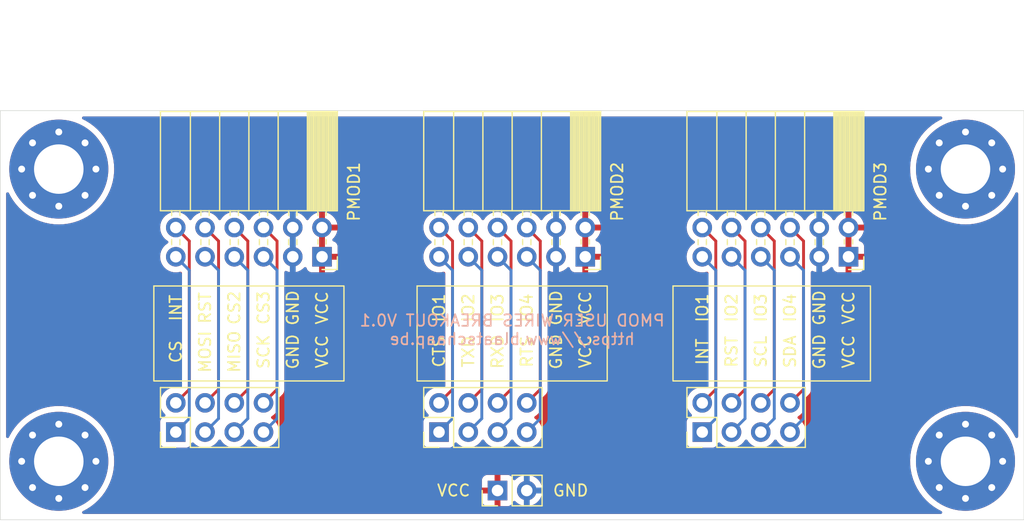
<source format=kicad_pcb>
(kicad_pcb (version 20211014) (generator pcbnew)
  (layers (0 "F.Cu" signal) (31 "B.Cu" signal) (34 "B.Paste" user "B.Plakken") (35 "F.Paste" user "F.Plakken") (36 "B.SilkS" user "B.Silkscreen") (37 "F.SilkS" user "F.Silkscreen") (38 "B.Mask" user) (39 "F.Mask" user "F. masker") (44 "Edge.Cuts" user))
  (net 0 "")
  (net 1 "GND")
  (net 2 "PMOD_UART_GPIO4")
  (net 3 "PMOD_UART_GPIO3")
  (net 4 "PMOD_UART_GPIO2_RESET")
  (net 5 "PMOD_UART_GPIO1_INT")
  (net 6 "PMOD_UART_RTS")
  (net 7 "PMOD_UART_RXD")
  (net 8 "PMOD_UART_TXD")
  (net 9 "PMOD_UART_CTS")
  (net 10 "VCC")
  (net 11 "PMOD_SPI_SCK")
  (net 12 "PMOD_SPI_MOSI")
  (net 13 "PMOD_SPI_MISO")
  (net 14 "PMOD_SPI_GPIO4_CS3")
  (net 15 "PMOD_SPI_GPIO3_CS2")
  (net 16 "PMOD_SPI_GPIO2_RESET")
  (net 17 "PMOD_SPI_GPIO1_INT")
  (net 18 "PMOD_SPI_CS")
  (net 19 "PMOD_I2C_SDA")
  (net 20 "PMOD_I2C_SCL")
  (net 21 "PMOD_I2C_RESET")
  (net 22 "PMOD_I2C_INT")
  (net 23 "PMOD_I2C_GPIO4")
  (net 24 "PMOD_I2C_GPIO3")
  (net 25 "PMOD_I2C_GPIO2")
  (net 26 "PMOD_I2C_GPIO1")
  (footprint "Connector_PinSocket_2.54mm:PinSocket_2x06_P2.54mm_Horizontal" (layer "F.Cu") (at 96.52 30.48 -90)
    (fp_text reference "PMOD2" (at -5.65 -2.77 90) (layer "F.SilkS"))
    (fp_text value "Conn_02x06_Odd_Even")
    (fp_line (start -1.49 10.52) (end -1.05 10.52) (layer "F.SilkS") (width 0.12))
    (fp_line (start -12.63 -1.33) (end -12.63 14.03) (layer "F.SilkS") (width 0.12))
    (fp_line (start -1.49 5.44) (end -1.05 5.44) (layer "F.SilkS") (width 0.12))
    (fp_line (start -4 7.98) (end -3.59 7.98) (layer "F.SilkS") (width 0.12))
    (fp_line (start -4 2.18) (end -3.59 2.18) (layer "F.SilkS") (width 0.12))
    (fp_line (start -12.63 -0.383335) (end -4 -0.383335) (layer "F.SilkS") (width 0.12))
    (fp_line (start -12.63 -1.33) (end -4 -1.33) (layer "F.SilkS") (width 0.12))
    (fp_line (start -12.63 -0.147145) (end -4 -0.147145) (layer "F.SilkS") (width 0.12))
    (fp_line (start -12.63 -0.73762) (end -4 -0.73762) (layer "F.SilkS") (width 0.12))
    (fp_line (start -12.63 -0.97381) (end -4 -0.97381) (layer "F.SilkS") (width 0.12))
    (fp_line (start -1.49 0.36) (end -1.11 0.36) (layer "F.SilkS") (width 0.12))
    (fp_line (start -1.49 2.9) (end -1.05 2.9) (layer "F.SilkS") (width 0.12))
    (fp_line (start -12.63 0.561425) (end -4 0.561425) (layer "F.SilkS") (width 0.12))
    (fp_line (start -1.49 13.06) (end -1.05 13.06) (layer "F.SilkS") (width 0.12))
    (fp_line (start -1.49 12.34) (end -1.05 12.34) (layer "F.SilkS") (width 0.12))
    (fp_line (start -12.63 11.43) (end -4 11.43) (layer "F.SilkS") (width 0.12))
    (fp_line (start -4 5.44) (end -3.59 5.44) (layer "F.SilkS") (width 0.12))
    (fp_line (start -12.63 -0.50143) (end -4 -0.50143) (layer "F.SilkS") (width 0.12))
    (fp_line (start 0 -1.33) (end 1.11 -1.33) (layer "F.SilkS") (width 0.12))
    (fp_line (start -12.63 1.1519) (end -4 1.1519) (layer "F.SilkS") (width 0.12))
    (fp_line (start -12.63 -1.21) (end -4 -1.21) (layer "F.SilkS") (width 0.12))
    (fp_line (start -4 4.72) (end -3.59 4.72) (layer "F.SilkS") (width 0.12))
    (fp_line (start -12.63 0.20714) (end -4 0.20714) (layer "F.SilkS") (width 0.12))
    (fp_line (start -4 7.26) (end -3.59 7.26) (layer "F.SilkS") (width 0.12))
    (fp_line (start -4 13.06) (end -3.59 13.06) (layer "F.SilkS") (width 0.12))
    (fp_line (start -12.63 0.325235) (end -4 0.325235) (layer "F.SilkS") (width 0.12))
    (fp_line (start -4 0.36) (end -3.59 0.36) (layer "F.SilkS") (width 0.12))
    (fp_line (start -1.49 -0.36) (end -1.11 -0.36) (layer "F.SilkS") (width 0.12))
    (fp_line (start -1.49 9.8) (end -1.05 9.8) (layer "F.SilkS") (width 0.12))
    (fp_line (start -12.63 -0.855715) (end -4 -0.855715) (layer "F.SilkS") (width 0.12))
    (fp_line (start -12.63 1.033805) (end -4 1.033805) (layer "F.SilkS") (width 0.12))
    (fp_line (start -4 -0.36) (end -3.59 -0.36) (layer "F.SilkS") (width 0.12))
    (fp_line (start -12.63 -0.02905) (end -4 -0.02905) (layer "F.SilkS") (width 0.12))
    (fp_line (start -12.63 6.35) (end -4 6.35) (layer "F.SilkS") (width 0.12))
    (fp_line (start -4 -1.33) (end -4 14.03) (layer "F.SilkS") (width 0.12))
    (fp_line (start -1.49 7.98) (end -1.05 7.98) (layer "F.SilkS") (width 0.12))
    (fp_line (start -1.49 2.18) (end -1.05 2.18) (layer "F.SilkS") (width 0.12))
    (fp_line (start -4 10.52) (end -3.59 10.52) (layer "F.SilkS") (width 0.12))
    (fp_line (start -4 2.9) (end -3.59 2.9) (layer "F.SilkS") (width 0.12))
    (fp_line (start -12.63 14.03) (end -4 14.03) (layer "F.SilkS") (width 0.12))
    (fp_line (start -1.49 4.72) (end -1.05 4.72) (layer "F.SilkS") (width 0.12))
    (fp_line (start -12.63 -0.26524) (end -4 -0.26524) (layer "F.SilkS") (width 0.12))
    (fp_line (start -4 12.34) (end -3.59 12.34) (layer "F.SilkS") (width 0.12))
    (fp_line (start -12.63 0.089045) (end -4 0.089045) (layer "F.SilkS") (width 0.12))
    (fp_line (start -12.63 0.797615) (end -4 0.797615) (layer "F.SilkS") (width 0.12))
    (fp_line (start -12.63 1.27) (end -4 1.27) (layer "F.SilkS") (width 0.12))
    (fp_line (start -12.63 0.44333) (end -4 0.44333) (layer "F.SilkS") (width 0.12))
    (fp_line (start -4 9.8) (end -3.59 9.8) (layer "F.SilkS") (width 0.12))
    (fp_line (start -12.63 8.89) (end -4 8.89) (layer "F.SilkS") (width 0.12))
    (fp_line (start 1.11 -1.33) (end 1.11 0) (layer "F.SilkS") (width 0.12))
    (fp_line (start -12.63 0.91571) (end -4 0.91571) (layer "F.SilkS") (width 0.12))
    (fp_line (start -12.63 -0.619525) (end -4 -0.619525) (layer "F.SilkS") (width 0.12))
    (fp_line (start -12.63 3.81) (end -4 3.81) (layer "F.SilkS") (width 0.12))
    (fp_line (start -1.49 7.26) (end -1.05 7.26) (layer "F.SilkS") (width 0.12))
    (fp_line (start -12.63 -1.091905) (end -4 -1.091905) (layer "F.SilkS") (width 0.12))
    (fp_line (start -12.63 0.67952) (end -4 0.67952) (layer "F.SilkS") (width 0.12))
    (pad "1" thru_hole rect (at 0 0 270) (size 1.7 1.7) (drill 1) (layers *.Cu *.Mask) (net 10 "VCC"))
    (pad "2" thru_hole oval (at -2.54 0 270) (size 1.7 1.7) (drill 1) (layers *.Cu *.Mask) (net 10 "VCC"))
    (pad "3" thru_hole oval (at 0 2.54 270) (size 1.7 1.7) (drill 1) (layers *.Cu *.Mask) (net 1 "GND"))
    (pad "4" thru_hole oval (at -2.54 2.54 270) (size 1.7 1.7) (drill 1) (layers *.Cu *.Mask) (net 1 "GND"))
    (pad "5" thru_hole oval (at 0 5.08 270) (size 1.7 1.7) (drill 1) (layers *.Cu *.Mask) (net 11 "PMOD_SPI_SCK"))
    (pad "6" thru_hole oval (at -2.54 5.08 270) (size 1.7 1.7) (drill 1) (layers *.Cu *.Mask) (net 14 "PMOD_SPI_GPIO4_CS3"))
    (pad "7" thru_hole oval (at 0 7.62 270) (size 1.7 1.7) (drill 1) (layers *.Cu *.Mask) (net 13 "PMOD_SPI_MISO"))
    (pad "8" thru_hole oval (at -2.54 7.62 270) (size 1.7 1.7) (drill 1) (layers *.Cu *.Mask) (net 15 "PMOD_SPI_GPIO3_CS2"))
    (pad "9" thru_hole oval (at 0 10.16 270) (size 1.7 1.7) (drill 1) (layers *.Cu *.Mask) (net 12 "PMOD_SPI_MOSI"))
    (pad "10" thru_hole oval (at -2.54 10.16 270) (size 1.7 1.7) (drill 1) (layers *.Cu *.Mask) (net 16 "PMOD_SPI_GPIO2_RESET"))
    (pad "11" thru_hole oval (at 0 12.7 270) (size 1.7 1.7) (drill 1) (layers *.Cu *.Mask) (net 18 "PMOD_SPI_CS"))
    (pad "12" thru_hole oval (at -2.54 12.7 270) (size 1.7 1.7) (drill 1) (layers *.Cu *.Mask) (net 17 "PMOD_SPI_GPIO1_INT"))
  )
  (footprint "Connector_PinSocket_2.54mm:PinSocket_2x06_P2.54mm_Horizontal" (layer "F.Cu") (at 119.38 30.48 -90)
    (fp_text reference "PMOD3" (at -5.65 -2.77 90) (layer "F.SilkS"))
    (fp_text value "Conn_02x06_Odd_Even")
    (fp_line (start -12.63 0.561425) (end -4 0.561425) (layer "F.SilkS") (width 0.12))
    (fp_line (start -4 2.18) (end -3.59 2.18) (layer "F.SilkS") (width 0.12))
    (fp_line (start -1.49 4.72) (end -1.05 4.72) (layer "F.SilkS") (width 0.12))
    (fp_line (start -1.49 -0.36) (end -1.11 -0.36) (layer "F.SilkS") (width 0.12))
    (fp_line (start -12.63 8.89) (end -4 8.89) (layer "F.SilkS") (width 0.12))
    (fp_line (start -1.49 7.26) (end -1.05 7.26) (layer "F.SilkS") (width 0.12))
    (fp_line (start -12.63 -0.02905) (end -4 -0.02905) (layer "F.SilkS") (width 0.12))
    (fp_line (start -12.63 0.325235) (end -4 0.325235) (layer "F.SilkS") (width 0.12))
    (fp_line (start -4 0.36) (end -3.59 0.36) (layer "F.SilkS") (width 0.12))
    (fp_line (start -12.63 6.35) (end -4 6.35) (layer "F.SilkS") (width 0.12))
    (fp_line (start -4 7.98) (end -3.59 7.98) (layer "F.SilkS") (width 0.12))
    (fp_line (start -12.63 11.43) (end -4 11.43) (layer "F.SilkS") (width 0.12))
    (fp_line (start -12.63 -0.855715) (end -4 -0.855715) (layer "F.SilkS") (width 0.12))
    (fp_line (start -1.49 2.9) (end -1.05 2.9) (layer "F.SilkS") (width 0.12))
    (fp_line (start -4 10.52) (end -3.59 10.52) (layer "F.SilkS") (width 0.12))
    (fp_line (start -4 12.34) (end -3.59 12.34) (layer "F.SilkS") (width 0.12))
    (fp_line (start -12.63 -0.383335) (end -4 -0.383335) (layer "F.SilkS") (width 0.12))
    (fp_line (start -12.63 1.033805) (end -4 1.033805) (layer "F.SilkS") (width 0.12))
    (fp_line (start -4 5.44) (end -3.59 5.44) (layer "F.SilkS") (width 0.12))
    (fp_line (start -12.63 -0.50143) (end -4 -0.50143) (layer "F.SilkS") (width 0.12))
    (fp_line (start -12.63 1.27) (end -4 1.27) (layer "F.SilkS") (width 0.12))
    (fp_line (start -1.49 0.36) (end -1.11 0.36) (layer "F.SilkS") (width 0.12))
    (fp_line (start -4 -1.33) (end -4 14.03) (layer "F.SilkS") (width 0.12))
    (fp_line (start -12.63 0.089045) (end -4 0.089045) (layer "F.SilkS") (width 0.12))
    (fp_line (start -12.63 -0.619525) (end -4 -0.619525) (layer "F.SilkS") (width 0.12))
    (fp_line (start -12.63 14.03) (end -4 14.03) (layer "F.SilkS") (width 0.12))
    (fp_line (start -12.63 -1.33) (end -4 -1.33) (layer "F.SilkS") (width 0.12))
    (fp_line (start -12.63 0.20714) (end -4 0.20714) (layer "F.SilkS") (width 0.12))
    (fp_line (start 1.11 -1.33) (end 1.11 0) (layer "F.SilkS") (width 0.12))
    (fp_line (start -12.63 -0.97381) (end -4 -0.97381) (layer "F.SilkS") (width 0.12))
    (fp_line (start -1.49 13.06) (end -1.05 13.06) (layer "F.SilkS") (width 0.12))
    (fp_line (start -1.49 5.44) (end -1.05 5.44) (layer "F.SilkS") (width 0.12))
    (fp_line (start -12.63 -0.147145) (end -4 -0.147145) (layer "F.SilkS") (width 0.12))
    (fp_line (start -4 -0.36) (end -3.59 -0.36) (layer "F.SilkS") (width 0.12))
    (fp_line (start -12.63 1.1519) (end -4 1.1519) (layer "F.SilkS") (width 0.12))
    (fp_line (start -12.63 -0.73762) (end -4 -0.73762) (layer "F.SilkS") (width 0.12))
    (fp_line (start -12.63 0.67952) (end -4 0.67952) (layer "F.SilkS") (width 0.12))
    (fp_line (start -12.63 0.91571) (end -4 0.91571) (layer "F.SilkS") (width 0.12))
    (fp_line (start -1.49 2.18) (end -1.05 2.18) (layer "F.SilkS") (width 0.12))
    (fp_line (start -4 9.8) (end -3.59 9.8) (layer "F.SilkS") (width 0.12))
    (fp_line (start -4 13.06) (end -3.59 13.06) (layer "F.SilkS") (width 0.12))
    (fp_line (start -4 7.26) (end -3.59 7.26) (layer "F.SilkS") (width 0.12))
    (fp_line (start -12.63 -0.26524) (end -4 -0.26524) (layer "F.SilkS") (width 0.12))
    (fp_line (start -12.63 0.797615) (end -4 0.797615) (layer "F.SilkS") (width 0.12))
    (fp_line (start 0 -1.33) (end 1.11 -1.33) (layer "F.SilkS") (width 0.12))
    (fp_line (start -12.63 0.44333) (end -4 0.44333) (layer "F.SilkS") (width 0.12))
    (fp_line (start -4 4.72) (end -3.59 4.72) (layer "F.SilkS") (width 0.12))
    (fp_line (start -1.49 12.34) (end -1.05 12.34) (layer "F.SilkS") (width 0.12))
    (fp_line (start -12.63 -1.21) (end -4 -1.21) (layer "F.SilkS") (width 0.12))
    (fp_line (start -12.63 -1.33) (end -12.63 14.03) (layer "F.SilkS") (width 0.12))
    (fp_line (start -12.63 -1.091905) (end -4 -1.091905) (layer "F.SilkS") (width 0.12))
    (fp_line (start -1.49 9.8) (end -1.05 9.8) (layer "F.SilkS") (width 0.12))
    (fp_line (start -12.63 3.81) (end -4 3.81) (layer "F.SilkS") (width 0.12))
    (fp_line (start -1.49 10.52) (end -1.05 10.52) (layer "F.SilkS") (width 0.12))
    (fp_line (start -4 2.9) (end -3.59 2.9) (layer "F.SilkS") (width 0.12))
    (fp_line (start -1.49 7.98) (end -1.05 7.98) (layer "F.SilkS") (width 0.12))
    (pad "1" thru_hole rect (at 0 0 270) (size 1.7 1.7) (drill 1) (layers *.Cu *.Mask) (net 10 "VCC"))
    (pad "2" thru_hole oval (at -2.54 0 270) (size 1.7 1.7) (drill 1) (layers *.Cu *.Mask) (net 10 "VCC"))
    (pad "3" thru_hole oval (at 0 2.54 270) (size 1.7 1.7) (drill 1) (layers *.Cu *.Mask) (net 1 "GND"))
    (pad "4" thru_hole oval (at -2.54 2.54 270) (size 1.7 1.7) (drill 1) (layers *.Cu *.Mask) (net 1 "GND"))
    (pad "5" thru_hole oval (at 0 5.08 270) (size 1.7 1.7) (drill 1) (layers *.Cu *.Mask) (net 6 "PMOD_UART_RTS"))
    (pad "6" thru_hole oval (at -2.54 5.08 270) (size 1.7 1.7) (drill 1) (layers *.Cu *.Mask) (net 2 "PMOD_UART_GPIO4"))
    (pad "7" thru_hole oval (at 0 7.62 270) (size 1.7 1.7) (drill 1) (layers *.Cu *.Mask) (net 7 "PMOD_UART_RXD"))
    (pad "8" thru_hole oval (at -2.54 7.62 270) (size 1.7 1.7) (drill 1) (layers *.Cu *.Mask) (net 3 "PMOD_UART_GPIO3"))
    (pad "9" thru_hole oval (at 0 10.16 270) (size 1.7 1.7) (drill 1) (layers *.Cu *.Mask) (net 8 "PMOD_UART_TXD"))
    (pad "10" thru_hole oval (at -2.54 10.16 270) (size 1.7 1.7) (drill 1) (layers *.Cu *.Mask) (net 4 "PMOD_UART_GPIO2_RESET"))
    (pad "11" thru_hole oval (at 0 12.7 270) (size 1.7 1.7) (drill 1) (layers *.Cu *.Mask) (net 9 "PMOD_UART_CTS"))
    (pad "12" thru_hole oval (at -2.54 12.7 270) (size 1.7 1.7) (drill 1) (layers *.Cu *.Mask) (net 5 "PMOD_UART_GPIO1_INT"))
  )
  (footprint "Connector_PinSocket_2.54mm:PinSocket_2x06_P2.54mm_Horizontal" (layer "F.Cu") (at 73.66 30.48 -90)
    (fp_text reference "PMOD1" (at -5.65 -2.77 90) (layer "F.SilkS"))
    (fp_text value "Conn_02x06_Odd_Even")
    (fp_line (start -12.63 0.44333) (end -4 0.44333) (layer "F.SilkS") (width 0.12))
    (fp_line (start -4 7.26) (end -3.59 7.26) (layer "F.SilkS") (width 0.12))
    (fp_line (start -4 10.52) (end -3.59 10.52) (layer "F.SilkS") (width 0.12))
    (fp_line (start 0 -1.33) (end 1.11 -1.33) (layer "F.SilkS") (width 0.12))
    (fp_line (start -12.63 8.89) (end -4 8.89) (layer "F.SilkS") (width 0.12))
    (fp_line (start -12.63 -0.26524) (end -4 -0.26524) (layer "F.SilkS") (width 0.12))
    (fp_line (start -4 13.06) (end -3.59 13.06) (layer "F.SilkS") (width 0.12))
    (fp_line (start -12.63 0.20714) (end -4 0.20714) (layer "F.SilkS") (width 0.12))
    (fp_line (start -4 2.9) (end -3.59 2.9) (layer "F.SilkS") (width 0.12))
    (fp_line (start -12.63 0.561425) (end -4 0.561425) (layer "F.SilkS") (width 0.12))
    (fp_line (start -12.63 -1.33) (end -12.63 14.03) (layer "F.SilkS") (width 0.12))
    (fp_line (start -12.63 -0.50143) (end -4 -0.50143) (layer "F.SilkS") (width 0.12))
    (fp_line (start -12.63 -0.383335) (end -4 -0.383335) (layer "F.SilkS") (width 0.12))
    (fp_line (start -1.49 5.44) (end -1.05 5.44) (layer "F.SilkS") (width 0.12))
    (fp_line (start -4 9.8) (end -3.59 9.8) (layer "F.SilkS") (width 0.12))
    (fp_line (start -12.63 0.67952) (end -4 0.67952) (layer "F.SilkS") (width 0.12))
    (fp_line (start -4 -1.33) (end -4 14.03) (layer "F.SilkS") (width 0.12))
    (fp_line (start -4 7.98) (end -3.59 7.98) (layer "F.SilkS") (width 0.12))
    (fp_line (start -12.63 -0.02905) (end -4 -0.02905) (layer "F.SilkS") (width 0.12))
    (fp_line (start -12.63 1.1519) (end -4 1.1519) (layer "F.SilkS") (width 0.12))
    (fp_line (start -4 4.72) (end -3.59 4.72) (layer "F.SilkS") (width 0.12))
    (fp_line (start -12.63 -0.619525) (end -4 -0.619525) (layer "F.SilkS") (width 0.12))
    (fp_line (start -1.49 7.98) (end -1.05 7.98) (layer "F.SilkS") (width 0.12))
    (fp_line (start -12.63 -0.855715) (end -4 -0.855715) (layer "F.SilkS") (width 0.12))
    (fp_line (start -1.49 4.72) (end -1.05 4.72) (layer "F.SilkS") (width 0.12))
    (fp_line (start -12.63 1.27) (end -4 1.27) (layer "F.SilkS") (width 0.12))
    (fp_line (start -12.63 -1.21) (end -4 -1.21) (layer "F.SilkS") (width 0.12))
    (fp_line (start -1.49 7.26) (end -1.05 7.26) (layer "F.SilkS") (width 0.12))
    (fp_line (start -4 -0.36) (end -3.59 -0.36) (layer "F.SilkS") (width 0.12))
    (fp_line (start -1.49 0.36) (end -1.11 0.36) (layer "F.SilkS") (width 0.12))
    (fp_line (start -12.63 6.35) (end -4 6.35) (layer "F.SilkS") (width 0.12))
    (fp_line (start -12.63 0.089045) (end -4 0.089045) (layer "F.SilkS") (width 0.12))
    (fp_line (start -1.49 13.06) (end -1.05 13.06) (layer "F.SilkS") (width 0.12))
    (fp_line (start -12.63 -0.147145) (end -4 -0.147145) (layer "F.SilkS") (width 0.12))
    (fp_line (start -1.49 2.18) (end -1.05 2.18) (layer "F.SilkS") (width 0.12))
    (fp_line (start -12.63 -1.091905) (end -4 -1.091905) (layer "F.SilkS") (width 0.12))
    (fp_line (start -12.63 11.43) (end -4 11.43) (layer "F.SilkS") (width 0.12))
    (fp_line (start -4 2.18) (end -3.59 2.18) (layer "F.SilkS") (width 0.12))
    (fp_line (start -4 5.44) (end -3.59 5.44) (layer "F.SilkS") (width 0.12))
    (fp_line (start -12.63 0.325235) (end -4 0.325235) (layer "F.SilkS") (width 0.12))
    (fp_line (start -12.63 3.81) (end -4 3.81) (layer "F.SilkS") (width 0.12))
    (fp_line (start 1.11 -1.33) (end 1.11 0) (layer "F.SilkS") (width 0.12))
    (fp_line (start -12.63 14.03) (end -4 14.03) (layer "F.SilkS") (width 0.12))
    (fp_line (start -1.49 -0.36) (end -1.11 -0.36) (layer "F.SilkS") (width 0.12))
    (fp_line (start -12.63 0.91571) (end -4 0.91571) (layer "F.SilkS") (width 0.12))
    (fp_line (start -12.63 -0.73762) (end -4 -0.73762) (layer "F.SilkS") (width 0.12))
    (fp_line (start -4 12.34) (end -3.59 12.34) (layer "F.SilkS") (width 0.12))
    (fp_line (start -1.49 12.34) (end -1.05 12.34) (layer "F.SilkS") (width 0.12))
    (fp_line (start -12.63 0.797615) (end -4 0.797615) (layer "F.SilkS") (width 0.12))
    (fp_line (start -1.49 2.9) (end -1.05 2.9) (layer "F.SilkS") (width 0.12))
    (fp_line (start -1.49 10.52) (end -1.05 10.52) (layer "F.SilkS") (width 0.12))
    (fp_line (start -12.63 -0.97381) (end -4 -0.97381) (layer "F.SilkS") (width 0.12))
    (fp_line (start -1.49 9.8) (end -1.05 9.8) (layer "F.SilkS") (width 0.12))
    (fp_line (start -12.63 -1.33) (end -4 -1.33) (layer "F.SilkS") (width 0.12))
    (fp_line (start -4 0.36) (end -3.59 0.36) (layer "F.SilkS") (width 0.12))
    (fp_line (start -12.63 1.033805) (end -4 1.033805) (layer "F.SilkS") (width 0.12))
    (pad "1" thru_hole rect (at 0 0 270) (size 1.7 1.7) (drill 1) (layers *.Cu *.Mask) (net 10 "VCC"))
    (pad "2" thru_hole oval (at -2.54 0 270) (size 1.7 1.7) (drill 1) (layers *.Cu *.Mask) (net 10 "VCC"))
    (pad "3" thru_hole oval (at 0 2.54 270) (size 1.7 1.7) (drill 1) (layers *.Cu *.Mask) (net 1 "GND"))
    (pad "4" thru_hole oval (at -2.54 2.54 270) (size 1.7 1.7) (drill 1) (layers *.Cu *.Mask) (net 1 "GND"))
    (pad "5" thru_hole oval (at 0 5.08 270) (size 1.7 1.7) (drill 1) (layers *.Cu *.Mask) (net 19 "PMOD_I2C_SDA"))
    (pad "6" thru_hole oval (at -2.54 5.08 270) (size 1.7 1.7) (drill 1) (layers *.Cu *.Mask) (net 23 "PMOD_I2C_GPIO4"))
    (pad "7" thru_hole oval (at 0 7.62 270) (size 1.7 1.7) (drill 1) (layers *.Cu *.Mask) (net 20 "PMOD_I2C_SCL"))
    (pad "8" thru_hole oval (at -2.54 7.62 270) (size 1.7 1.7) (drill 1) (layers *.Cu *.Mask) (net 24 "PMOD_I2C_GPIO3"))
    (pad "9" thru_hole oval (at 0 10.16 270) (size 1.7 1.7) (drill 1) (layers *.Cu *.Mask) (net 21 "PMOD_I2C_RESET"))
    (pad "10" thru_hole oval (at -2.54 10.16 270) (size 1.7 1.7) (drill 1) (layers *.Cu *.Mask) (net 25 "PMOD_I2C_GPIO2"))
    (pad "11" thru_hole oval (at 0 12.7 270) (size 1.7 1.7) (drill 1) (layers *.Cu *.Mask) (net 22 "PMOD_I2C_INT"))
    (pad "12" thru_hole oval (at -2.54 12.7 270) (size 1.7 1.7) (drill 1) (layers *.Cu *.Mask) (net 26 "PMOD_I2C_GPIO1"))
  )
  (footprint "Connector_PinHeader_2.54mm:PinHeader_2x04_P2.54mm_Vertical" (layer "F.Cu") (at 60.96 45.72 90)
    (fp_text reference "J4" hide)
    (fp_text value "Conn_02x04_Odd_Even")
    (fp_line (start 1.27 -1.33) (end 3.87 -1.33) (layer "F.SilkS") (width 0.12))
    (fp_line (start 3.87 -1.33) (end 3.87 8.95) (layer "F.SilkS") (width 0.12))
    (fp_line (start 1.27 1.27) (end 1.27 -1.33) (layer "F.SilkS") (width 0.12))
    (fp_line (start -1.33 8.95) (end 3.87 8.95) (layer "F.SilkS") (width 0.12))
    (fp_line (start -1.33 1.27) (end 1.27 1.27) (layer "F.SilkS") (width 0.12))
    (fp_line (start -1.33 0) (end -1.33 -1.33) (layer "F.SilkS") (width 0.12))
    (fp_line (start -1.33 -1.33) (end 0 -1.33) (layer "F.SilkS") (width 0.12))
    (fp_line (start -1.33 1.27) (end -1.33 8.95) (layer "F.SilkS") (width 0.12))
    (pad "1" thru_hole rect (at 0 0 90) (size 1.7 1.7) (drill 1) (layers *.Cu *.Mask) (net 22 "PMOD_I2C_INT"))
    (pad "2" thru_hole oval (at 2.54 0 90) (size 1.7 1.7) (drill 1) (layers *.Cu *.Mask) (net 26 "PMOD_I2C_GPIO1"))
    (pad "3" thru_hole oval (at 0 2.54 90) (size 1.7 1.7) (drill 1) (layers *.Cu *.Mask) (net 21 "PMOD_I2C_RESET"))
    (pad "4" thru_hole oval (at 2.54 2.54 90) (size 1.7 1.7) (drill 1) (layers *.Cu *.Mask) (net 25 "PMOD_I2C_GPIO2"))
    (pad "5" thru_hole oval (at 0 5.08 90) (size 1.7 1.7) (drill 1) (layers *.Cu *.Mask) (net 20 "PMOD_I2C_SCL"))
    (pad "6" thru_hole oval (at 2.54 5.08 90) (size 1.7 1.7) (drill 1) (layers *.Cu *.Mask) (net 24 "PMOD_I2C_GPIO3"))
    (pad "7" thru_hole oval (at 0 7.62 90) (size 1.7 1.7) (drill 1) (layers *.Cu *.Mask) (net 19 "PMOD_I2C_SDA"))
    (pad "8" thru_hole oval (at 2.54 7.62 90) (size 1.7 1.7) (drill 1) (layers *.Cu *.Mask) (net 23 "PMOD_I2C_GPIO4"))
  )
  (footprint "Connector_PinHeader_2.54mm:PinHeader_2x04_P2.54mm_Vertical" (layer "F.Cu") (at 83.82 45.72 90)
    (fp_text reference "J5" hide)
    (fp_text value "Conn_02x04_Odd_Even")
    (fp_line (start -1.33 -1.33) (end 0 -1.33) (layer "F.SilkS") (width 0.12))
    (fp_line (start 1.27 -1.33) (end 3.87 -1.33) (layer "F.SilkS") (width 0.12))
    (fp_line (start -1.33 0) (end -1.33 -1.33) (layer "F.SilkS") (width 0.12))
    (fp_line (start -1.33 1.27) (end -1.33 8.95) (layer "F.SilkS") (width 0.12))
    (fp_line (start -1.33 1.27) (end 1.27 1.27) (layer "F.SilkS") (width 0.12))
    (fp_line (start 1.27 1.27) (end 1.27 -1.33) (layer "F.SilkS") (width 0.12))
    (fp_line (start -1.33 8.95) (end 3.87 8.95) (layer "F.SilkS") (width 0.12))
    (fp_line (start 3.87 -1.33) (end 3.87 8.95) (layer "F.SilkS") (width 0.12))
    (pad "1" thru_hole rect (at 0 0 90) (size 1.7 1.7) (drill 1) (layers *.Cu *.Mask) (net 18 "PMOD_SPI_CS"))
    (pad "2" thru_hole oval (at 2.54 0 90) (size 1.7 1.7) (drill 1) (layers *.Cu *.Mask) (net 17 "PMOD_SPI_GPIO1_INT"))
    (pad "3" thru_hole oval (at 0 2.54 90) (size 1.7 1.7) (drill 1) (layers *.Cu *.Mask) (net 12 "PMOD_SPI_MOSI"))
    (pad "4" thru_hole oval (at 2.54 2.54 90) (size 1.7 1.7) (drill 1) (layers *.Cu *.Mask) (net 16 "PMOD_SPI_GPIO2_RESET"))
    (pad "5" thru_hole oval (at 0 5.08 90) (size 1.7 1.7) (drill 1) (layers *.Cu *.Mask) (net 13 "PMOD_SPI_MISO"))
    (pad "6" thru_hole oval (at 2.54 5.08 90) (size 1.7 1.7) (drill 1) (layers *.Cu *.Mask) (net 15 "PMOD_SPI_GPIO3_CS2"))
    (pad "7" thru_hole oval (at 0 7.62 90) (size 1.7 1.7) (drill 1) (layers *.Cu *.Mask) (net 11 "PMOD_SPI_SCK"))
    (pad "8" thru_hole oval (at 2.54 7.62 90) (size 1.7 1.7) (drill 1) (layers *.Cu *.Mask) (net 14 "PMOD_SPI_GPIO4_CS3"))
  )
  (footprint "Connector_PinHeader_2.54mm:PinHeader_2x04_P2.54mm_Vertical" (layer "F.Cu") (at 106.68 45.72 90)
    (fp_text reference "J6" hide)
    (fp_text value "Conn_02x04_Odd_Even")
    (fp_line (start 1.27 -1.33) (end 3.87 -1.33) (layer "F.SilkS") (width 0.12))
    (fp_line (start -1.33 -1.33) (end 0 -1.33) (layer "F.SilkS") (width 0.12))
    (fp_line (start 3.87 -1.33) (end 3.87 8.95) (layer "F.SilkS") (width 0.12))
    (fp_line (start -1.33 0) (end -1.33 -1.33) (layer "F.SilkS") (width 0.12))
    (fp_line (start 1.27 1.27) (end 1.27 -1.33) (layer "F.SilkS") (width 0.12))
    (fp_line (start -1.33 1.27) (end -1.33 8.95) (layer "F.SilkS") (width 0.12))
    (fp_line (start -1.33 1.27) (end 1.27 1.27) (layer "F.SilkS") (width 0.12))
    (fp_line (start -1.33 8.95) (end 3.87 8.95) (layer "F.SilkS") (width 0.12))
    (pad "1" thru_hole rect (at 0 0 90) (size 1.7 1.7) (drill 1) (layers *.Cu *.Mask) (net 9 "PMOD_UART_CTS"))
    (pad "2" thru_hole oval (at 2.54 0 90) (size 1.7 1.7) (drill 1) (layers *.Cu *.Mask) (net 5 "PMOD_UART_GPIO1_INT"))
    (pad "3" thru_hole oval (at 0 2.54 90) (size 1.7 1.7) (drill 1) (layers *.Cu *.Mask) (net 8 "PMOD_UART_TXD"))
    (pad "4" thru_hole oval (at 2.54 2.54 90) (size 1.7 1.7) (drill 1) (layers *.Cu *.Mask) (net 4 "PMOD_UART_GPIO2_RESET"))
    (pad "5" thru_hole oval (at 0 5.08 90) (size 1.7 1.7) (drill 1) (layers *.Cu *.Mask) (net 7 "PMOD_UART_RXD"))
    (pad "6" thru_hole oval (at 2.54 5.08 90) (size 1.7 1.7) (drill 1) (layers *.Cu *.Mask) (net 3 "PMOD_UART_GPIO3"))
    (pad "7" thru_hole oval (at 0 7.62 90) (size 1.7 1.7) (drill 1) (layers *.Cu *.Mask) (net 6 "PMOD_UART_RTS"))
    (pad "8" thru_hole oval (at 2.54 7.62 90) (size 1.7 1.7) (drill 1) (layers *.Cu *.Mask) (net 2 "PMOD_UART_GPIO4"))
  )
  (footprint "MountingHole:MountingHole_4.3mm_M4_Pad_Via" (layer "F.Cu") (at 50.8 48.26)
    (fp_text reference "H3" hide)
    (fp_text value "~")
    (pad "1" thru_hole circle (at 2.280419 -2.280419) (size 0.9 0.9) (drill 0.6) (layers *.Cu *.Mask))
    (pad "1" thru_hole circle (at -3.225 0) (size 0.9 0.9) (drill 0.6) (layers *.Cu *.Mask))
    (pad "1" thru_hole circle (at 3.225 0) (size 0.9 0.9) (drill 0.6) (layers *.Cu *.Mask))
    (pad "1" thru_hole circle (at 2.280419 2.280419) (size 0.9 0.9) (drill 0.6) (layers *.Cu *.Mask))
    (pad "1" thru_hole circle (at -2.280419 2.280419) (size 0.9 0.9) (drill 0.6) (layers *.Cu *.Mask))
    (pad "1" thru_hole circle (at 0 -3.225) (size 0.9 0.9) (drill 0.6) (layers *.Cu *.Mask))
    (pad "1" thru_hole circle (at -2.280419 -2.280419) (size 0.9 0.9) (drill 0.6) (layers *.Cu *.Mask))
    (pad "1" thru_hole circle (at 0 3.225) (size 0.9 0.9) (drill 0.6) (layers *.Cu *.Mask))
    (pad "1" thru_hole circle (at 0 0) (size 8.6 8.6) (drill 4.3) (layers *.Cu *.Mask))
  )
  (footprint "MountingHole:MountingHole_4.3mm_M4_Pad_Via" (layer "F.Cu") (at 50.8 22.86)
    (fp_text reference "H1" hide)
    (fp_text value "~")
    (pad "1" thru_hole circle (at 0 3.225) (size 0.9 0.9) (drill 0.6) (layers *.Cu *.Mask))
    (pad "1" thru_hole circle (at -3.225 0) (size 0.9 0.9) (drill 0.6) (layers *.Cu *.Mask))
    (pad "1" thru_hole circle (at -2.280419 -2.280419) (size 0.9 0.9) (drill 0.6) (layers *.Cu *.Mask))
    (pad "1" thru_hole circle (at 3.225 0) (size 0.9 0.9) (drill 0.6) (layers *.Cu *.Mask))
    (pad "1" thru_hole circle (at 0 0) (size 8.6 8.6) (drill 4.3) (layers *.Cu *.Mask))
    (pad "1" thru_hole circle (at 0 -3.225) (size 0.9 0.9) (drill 0.6) (layers *.Cu *.Mask))
    (pad "1" thru_hole circle (at -2.280419 2.280419) (size 0.9 0.9) (drill 0.6) (layers *.Cu *.Mask))
    (pad "1" thru_hole circle (at 2.280419 2.280419) (size 0.9 0.9) (drill 0.6) (layers *.Cu *.Mask))
    (pad "1" thru_hole circle (at 2.280419 -2.280419) (size 0.9 0.9) (drill 0.6) (layers *.Cu *.Mask))
  )
  (footprint "Connector_PinHeader_2.54mm:PinHeader_1x02_P2.54mm_Vertical" (layer "F.Cu") (at 88.9 50.8 90)
    (fp_text reference "J1" hide)
    (fp_text value "~")
    (fp_line (start -1.33 0) (end -1.33 -1.33) (layer "F.SilkS") (width 0.12))
    (fp_line (start 1.33 1.27) (end 1.33 3.87) (layer "F.SilkS") (width 0.12))
    (fp_line (start -1.33 3.87) (end 1.33 3.87) (layer "F.SilkS") (width 0.12))
    (fp_line (start -1.33 1.27) (end 1.33 1.27) (layer "F.SilkS") (width 0.12))
    (fp_line (start -1.33 -1.33) (end 0 -1.33) (layer "F.SilkS") (width 0.12))
    (fp_line (start -1.33 1.27) (end -1.33 3.87) (layer "F.SilkS") (width 0.12))
    (pad "1" thru_hole rect (at 0 0 90) (size 1.7 1.7) (drill 1) (layers *.Cu *.Mask) (net 10 "VCC"))
    (pad "2" thru_hole oval (at 0 2.54 90) (size 1.7 1.7) (drill 1) (layers *.Cu *.Mask) (net 1 "GND"))
  )
  (footprint "MountingHole:MountingHole_4.3mm_M4_Pad_Via" (layer "F.Cu") (at 129.54 48.26)
    (fp_text reference "H4" hide)
    (fp_text value "~")
    (pad "1" thru_hole circle (at 0 3.225) (size 0.9 0.9) (drill 0.6) (layers *.Cu *.Mask))
    (pad "1" thru_hole circle (at 2.280419 -2.280419) (size 0.9 0.9) (drill 0.6) (layers *.Cu *.Mask))
    (pad "1" thru_hole circle (at 0 -3.225) (size 0.9 0.9) (drill 0.6) (layers *.Cu *.Mask))
    (pad "1" thru_hole circle (at 0 0) (size 8.6 8.6) (drill 4.3) (layers *.Cu *.Mask))
    (pad "1" thru_hole circle (at -2.280419 2.280419) (size 0.9 0.9) (drill 0.6) (layers *.Cu *.Mask))
    (pad "1" thru_hole circle (at -3.225 0) (size 0.9 0.9) (drill 0.6) (layers *.Cu *.Mask))
    (pad "1" thru_hole circle (at 3.225 0) (size 0.9 0.9) (drill 0.6) (layers *.Cu *.Mask))
    (pad "1" thru_hole circle (at -2.280419 -2.280419) (size 0.9 0.9) (drill 0.6) (layers *.Cu *.Mask))
    (pad "1" thru_hole circle (at 2.280419 2.280419) (size 0.9 0.9) (drill 0.6) (layers *.Cu *.Mask))
  )
  (footprint "MountingHole:MountingHole_4.3mm_M4_Pad_Via" (layer "F.Cu") (at 129.54 22.86)
    (fp_text reference "H2" hide)
    (fp_text value "~")
    (pad "1" thru_hole circle (at 0 3.225) (size 0.9 0.9) (drill 0.6) (layers *.Cu *.Mask))
    (pad "1" thru_hole circle (at 3.225 0) (size 0.9 0.9) (drill 0.6) (layers *.Cu *.Mask))
    (pad "1" thru_hole circle (at 0 0) (size 8.6 8.6) (drill 4.3) (layers *.Cu *.Mask))
    (pad "1" thru_hole circle (at 2.280419 -2.280419) (size 0.9 0.9) (drill 0.6) (layers *.Cu *.Mask))
    (pad "1" thru_hole circle (at -2.280419 2.280419) (size 0.9 0.9) (drill 0.6) (layers *.Cu *.Mask))
    (pad "1" thru_hole circle (at -3.225 0) (size 0.9 0.9) (drill 0.6) (layers *.Cu *.Mask))
    (pad "1" thru_hole circle (at -2.280419 -2.280419) (size 0.9 0.9) (drill 0.6) (layers *.Cu *.Mask))
    (pad "1" thru_hole circle (at 2.280419 2.280419) (size 0.9 0.9) (drill 0.6) (layers *.Cu *.Mask))
    (pad "1" thru_hole circle (at 0 -3.225) (size 0.9 0.9) (drill 0.6) (layers *.Cu *.Mask))
  )
  (gr_rect (start 81.915 33.02) (end 98.425 41.275) (layer "F.SilkS") (width 0.12) (fill none))
  (gr_rect (start 59.055 33.02) (end 75.565 41.275) (layer "F.SilkS") (width 0.12) (fill none))
  (gr_rect (start 104.14 33.02) (end 121.285 41.275) (layer "F.SilkS") (width 0.12) (fill none))
  (gr_rect (start 45.72 17.78) (end 134.62 53.34) (layer "Edge.Cuts") (width 0.05) (fill none))
  (gr_text "PMOD USER WIRES BREAKOUT V0.1\nhttps://www.blaatschaap.be" (at 90.17 36.83) (layer "B.SilkS") (effects (font (size 1 1)) (justify mirror)))
  (gr_text "INT" (at 106.68 38.735 90) (layer "F.SilkS") (effects (font (size 1 1))))
  (gr_text "GND" (at 95.25 50.8) (layer "F.SilkS") (effects (font (size 1 1))))
  (gr_text "INT" (at 60.96 34.925 90) (layer "F.SilkS") (effects (font (size 1 1))))
  (gr_text "GND" (at 71.12 34.925 90) (layer "F.SilkS") (effects (font (size 1 1))))
  (gr_text "GND" (at 93.98 38.735 90) (layer "F.SilkS") (effects (font (size 1 1))))
  (gr_text "TXD" (at 86.36 38.735 90) (layer "F.SilkS") (effects (font (size 1 1))))
  (gr_text "RTS" (at 91.44 38.735 90) (layer "F.SilkS") (effects (font (size 1 1))))
  (gr_text "VCC" (at 119.38 38.735 90) (layer "F.SilkS") (effects (font (size 1 1))))
  (gr_text "IO1" (at 106.68 34.925 90) (layer "F.SilkS") (effects (font (size 1 1))))
  (gr_text "CTS" (at 83.82 38.735 90) (layer "F.SilkS") (effects (font (size 1 1))))
  (gr_text "IO1" (at 83.82 34.925 90) (layer "F.SilkS") (effects (font (size 1 1))))
  (gr_text "CS" (at 60.96 38.735 90) (layer "F.SilkS") (effects (font (size 1 1))))
  (gr_text "MISO" (at 66.04 38.735 90) (layer "F.SilkS") (effects (font (size 1 1))))
  (gr_text "SCK" (at 68.58 38.735 90) (layer "F.SilkS") (effects (font (size 1 1))))
  (gr_text "GND" (at 71.12 38.735 90) (layer "F.SilkS") (effects (font (size 1 1))))
  (gr_text "VCC" (at 85.09 50.8) (layer "F.SilkS") (effects (font (size 1 1))))
  (gr_text "GND" (at 116.84 38.735 90) (layer "F.SilkS") (effects (font (size 1 1))))
  (gr_text "VCC" (at 73.66 38.735 90) (layer "F.SilkS") (effects (font (size 1 1))))
  (gr_text "GND" (at 116.84 34.925 90) (layer "F.SilkS") (effects (font (size 1 1))))
  (gr_text "MOSI" (at 63.5 38.735 90) (layer "F.SilkS") (effects (font (size 1 1))))
  (gr_text "IO4" (at 91.44 34.925 90) (layer "F.SilkS") (effects (font (size 1 1))))
  (gr_text "IO3" (at 88.9 34.925 90) (layer "F.SilkS") (effects (font (size 1 1))))
  (gr_text "VCC" (at 96.52 34.925 90) (layer "F.SilkS") (effects (font (size 1 1))))
  (gr_text "IO4" (at 114.3 34.925 90) (layer "F.SilkS") (effects (font (size 1 1))))
  (gr_text "SDA" (at 114.3 38.735 90) (layer "F.SilkS") (effects (font (size 1 1))))
  (gr_text "CS3" (at 68.58 34.925 90) (layer "F.SilkS") (effects (font (size 1 1))))
  (gr_text "RXD" (at 88.9 38.735 90) (layer "F.SilkS") (effects (font (size 1 1))))
  (gr_text "IO2" (at 86.36 34.925 90) (layer "F.SilkS") (effects (font (size 1 1))))
  (gr_text "IO3" (at 111.76 34.925 90) (layer "F.SilkS") (effects (font (size 1 1))))
  (gr_text "RST" (at 109.22 38.735 90) (layer "F.SilkS") (effects (font (size 1 1))))
  (gr_text "VCC" (at 119.38 34.925 90) (layer "F.SilkS") (effects (font (size 1 1))))
  (gr_text "CS2" (at 66.04 34.925 90) (layer "F.SilkS") (effects (font (size 1 1))))
  (gr_text "SCL" (at 111.76 38.735 90) (layer "F.SilkS") (effects (font (size 1 1))))
  (gr_text "IO2" (at 109.22 34.925 90) (layer "F.SilkS") (effects (font (size 1 1))))
  (gr_text "RST" (at 63.5 34.925 90) (layer "F.SilkS") (effects (font (size 1 1))))
  (gr_text "VCC" (at 96.52 38.735 90) (layer "F.SilkS") (effects (font (size 1 1))))
  (gr_text "VCC" (at 73.66 34.925 90) (layer "F.SilkS") (effects (font (size 1 1))))
  (gr_text "GND" (at 93.98 34.925 90) (layer "F.SilkS") (effects (font (size 1 1))))
  (segment (start 115.474511 29.114511) (end 114.3 27.94) (width 0.25) (layer "F.Cu") (net 2))
  (segment (start 114.3 43.18) (end 115.474511 42.005489) (width 0.25) (layer "F.Cu") (net 2))
  (segment (start 115.474511 42.005489) (end 115.474511 29.114511) (width 0.25) (layer "F.Cu") (net 2))
  (segment (start 111.76 43.18) (end 112.934511 42.005489) (width 0.25) (layer "F.Cu") (net 3))
  (segment (start 112.934511 42.005489) (end 112.934511 29.114511) (width 0.25) (layer "F.Cu") (net 3))
  (segment (start 112.934511 29.114511) (end 111.76 27.94) (width 0.25) (layer "F.Cu") (net 3))
  (segment (start 110.394511 42.005489) (end 110.394511 29.114511) (width 0.25) (layer "F.Cu") (net 4))
  (segment (start 110.394511 29.114511) (end 109.22 27.94) (width 0.25) (layer "F.Cu") (net 4))
  (segment (start 109.22 43.18) (end 110.394511 42.005489) (width 0.25) (layer "F.Cu") (net 4))
  (segment (start 106.68 43.18) (end 107.854511 42.005489) (width 0.25) (layer "F.Cu") (net 5))
  (segment (start 107.854511 42.005489) (end 107.854511 29.114511) (width 0.25) (layer "F.Cu") (net 5))
  (segment (start 107.854511 29.114511) (end 106.68 27.94) (width 0.25) (layer "F.Cu") (net 5))
  (segment (start 114.3 45.72) (end 115.474511 44.545489) (width 0.25) (layer "B.Cu") (net 6))
  (segment (start 115.474511 31.654511) (end 114.3 30.48) (width 0.25) (layer "B.Cu") (net 6))
  (segment (start 115.474511 44.545489) (end 115.474511 31.654511) (width 0.25) (layer "B.Cu") (net 6))
  (segment (start 112.934511 44.545489) (end 112.934511 31.654511) (width 0.25) (layer "B.Cu") (net 7))
  (segment (start 111.76 45.72) (end 112.934511 44.545489) (width 0.25) (layer "B.Cu") (net 7))
  (segment (start 112.934511 31.654511) (end 111.76 30.48) (width 0.25) (layer "B.Cu") (net 7))
  (segment (start 110.394511 44.545489) (end 110.394511 31.654511) (width 0.25) (layer "B.Cu") (net 8))
  (segment (start 109.22 45.72) (end 110.394511 44.545489) (width 0.25) (layer "B.Cu") (net 8))
  (segment (start 110.394511 31.654511) (end 109.22 30.48) (width 0.25) (layer "B.Cu") (net 8))
  (segment (start 107.854511 31.654511) (end 106.68 30.48) (width 0.25) (layer "B.Cu") (net 9))
  (segment (start 107.854511 44.545489) (end 107.854511 31.654511) (width 0.25) (layer "B.Cu") (net 9))
  (segment (start 106.68 45.72) (end 107.854511 44.545489) (width 0.25) (layer "B.Cu") (net 9))
  (segment (start 92.614511 44.545489) (end 92.614511 31.654511) (width 0.25) (layer "B.Cu") (net 11))
  (segment (start 92.614511 31.654511) (end 91.44 30.48) (width 0.25) (layer "B.Cu") (net 11))
  (segment (start 91.44 45.72) (end 92.614511 44.545489) (width 0.25) (layer "B.Cu") (net 11))
  (segment (start 87.534511 31.654511) (end 86.36 30.48) (width 0.25) (layer "B.Cu") (net 12))
  (segment (start 86.36 45.72) (end 87.534511 44.545489) (width 0.25) (layer "B.Cu") (net 12))
  (segment (start 87.534511 44.545489) (end 87.534511 31.654511) (width 0.25) (layer "B.Cu") (net 12))
  (segment (start 90.074511 31.654511) (end 88.9 30.48) (width 0.25) (layer "B.Cu") (net 13))
  (segment (start 90.074511 44.545489) (end 90.074511 31.654511) (width 0.25) (layer "B.Cu") (net 13))
  (segment (start 88.9 45.72) (end 90.074511 44.545489) (width 0.25) (layer "B.Cu") (net 13))
  (segment (start 91.44 43.18) (end 92.614511 42.005489) (width 0.25) (layer "F.Cu") (net 14))
  (segment (start 92.614511 42.005489) (end 92.614511 29.114511) (width 0.25) (layer "F.Cu") (net 14))
  (segment (start 92.614511 29.114511) (end 91.44 27.94) (width 0.25) (layer "F.Cu") (net 14))
  (segment (start 88.9 43.18) (end 90.074511 42.005489) (width 0.25) (layer "F.Cu") (net 15))
  (segment (start 90.074511 29.114511) (end 88.9 27.94) (width 0.25) (layer "F.Cu") (net 15))
  (segment (start 90.074511 42.005489) (end 90.074511 29.114511) (width 0.25) (layer "F.Cu") (net 15))
  (segment (start 87.534511 29.114511) (end 86.36 27.94) (width 0.25) (layer "F.Cu") (net 16))
  (segment (start 87.534511 42.005489) (end 87.534511 29.114511) (width 0.25) (layer "F.Cu") (net 16))
  (segment (start 86.36 43.18) (end 87.534511 42.005489) (width 0.25) (layer "F.Cu") (net 16))
  (segment (start 83.82 43.18) (end 84.994511 42.005489) (width 0.25) (layer "F.Cu") (net 17))
  (segment (start 84.994511 42.005489) (end 84.994511 29.114511) (width 0.25) (layer "F.Cu") (net 17))
  (segment (start 84.994511 29.114511) (end 83.82 27.94) (width 0.25) (layer "F.Cu") (net 17))
  (segment (start 84.994511 44.545489) (end 84.994511 31.654511) (width 0.25) (layer "B.Cu") (net 18))
  (segment (start 84.994511 31.654511) (end 83.82 30.48) (width 0.25) (layer "B.Cu") (net 18))
  (segment (start 83.82 45.72) (end 84.994511 44.545489) (width 0.25) (layer "B.Cu") (net 18))
  (segment (start 68.58 45.72) (end 69.754511 44.545489) (width 0.25) (layer "B.Cu") (net 19))
  (segment (start 69.754511 31.654511) (end 68.58 30.48) (width 0.25) (layer "B.Cu") (net 19))
  (segment (start 69.754511 44.545489) (end 69.754511 31.654511) (width 0.25) (layer "B.Cu") (net 19))
  (segment (start 67.214511 44.545489) (end 67.214511 31.654511) (width 0.25) (layer "B.Cu") (net 20))
  (segment (start 66.04 45.72) (end 67.214511 44.545489) (width 0.25) (layer "B.Cu") (net 20))
  (segment (start 67.214511 31.654511) (end 66.04 30.48) (width 0.25) (layer "B.Cu") (net 20))
  (segment (start 64.674511 44.545489) (end 64.674511 31.654511) (width 0.25) (layer "B.Cu") (net 21))
  (segment (start 63.5 45.72) (end 64.674511 44.545489) (width 0.25) (layer "B.Cu") (net 21))
  (segment (start 64.674511 31.654511) (end 63.5 30.48) (width 0.25) (layer "B.Cu") (net 21))
  (segment (start 62.134511 44.545489) (end 62.134511 31.654511) (width 0.25) (layer "B.Cu") (net 22))
  (segment (start 60.96 45.72) (end 62.134511 44.545489) (width 0.25) (layer "B.Cu") (net 22))
  (segment (start 62.134511 31.654511) (end 60.96 30.48) (width 0.25) (layer "B.Cu") (net 22))
  (segment (start 69.754511 29.114511) (end 68.58 27.94) (width 0.25) (layer "F.Cu") (net 23))
  (segment (start 69.754511 42.005489) (end 69.754511 29.114511) (width 0.25) (layer "F.Cu") (net 23))
  (segment (start 68.58 43.18) (end 69.754511 42.005489) (width 0.25) (layer "F.Cu") (net 23))
  (segment (start 66.04 43.18) (end 67.214511 42.005489) (width 0.25) (layer "F.Cu") (net 24))
  (segment (start 67.214511 42.005489) (end 67.214511 29.114511) (width 0.25) (layer "F.Cu") (net 24))
  (segment (start 67.214511 29.114511) (end 66.04 27.94) (width 0.25) (layer "F.Cu") (net 24))
  (segment (start 63.5 43.18) (end 64.674511 42.005489) (width 0.25) (layer "F.Cu") (net 25))
  (segment (start 64.674511 42.005489) (end 64.674511 29.114511) (width 0.25) (layer "F.Cu") (net 25))
  (segment (start 64.674511 29.114511) (end 63.5 27.94) (width 0.25) (layer "F.Cu") (net 25))
  (segment (start 62.134511 42.005489) (end 62.134511 29.114511) (width 0.25) (layer "F.Cu") (net 26))
  (segment (start 62.134511 29.114511) (end 60.96 27.94) (width 0.25) (layer "F.Cu") (net 26))
  (segment (start 60.96 43.18) (end 62.134511 42.005489) (width 0.25) (layer "F.Cu") (net 26))
  (zone (net 10) (net_name "VCC") (layer "F.Cu") (connect_pads (clearance 0.508)) (min_thickness 0.254) (fill yes (thermal_gap 0.508) (thermal_bridge_width 0.508))
    (polygon (pts (xy 134.62 53.34) (xy 45.72 53.34) (xy 45.72 17.78) (xy 134.62 17.78)))
  )
  (zone (net 1) (net_name "GND") (layer "B.Cu") (connect_pads (clearance 0.508)) (min_thickness 0.254) (fill yes (thermal_gap 0.508) (thermal_bridge_width 0.508))
    (polygon (pts (xy 134.62 53.34) (xy 45.72 53.34) (xy 45.72 17.78) (xy 134.62 17.78)))
  )
)
</source>
